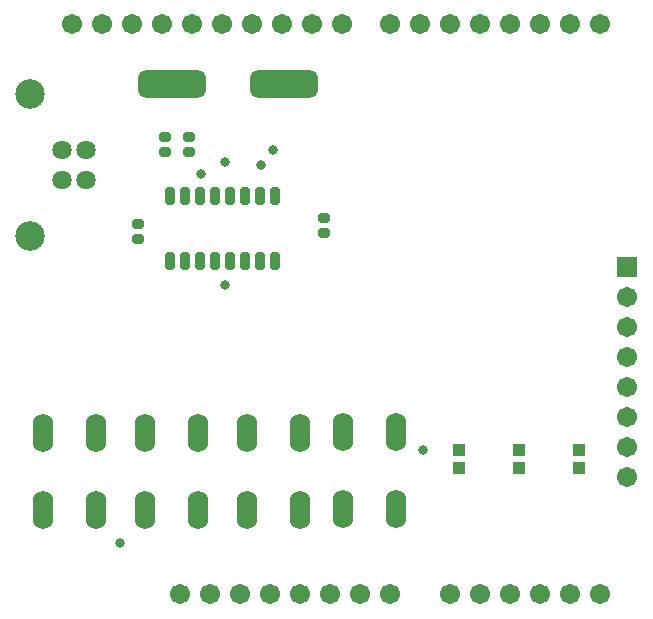
<source format=gts>
G04*
G04 #@! TF.GenerationSoftware,Altium Limited,Altium Designer,21.6.1 (37)*
G04*
G04 Layer_Color=8388736*
%FSLAX44Y44*%
%MOMM*%
G71*
G04*
G04 #@! TF.SameCoordinates,45D27BC1-988F-4E8A-9F01-A3EFFFD16F67*
G04*
G04*
G04 #@! TF.FilePolarity,Negative*
G04*
G01*
G75*
G04:AMPARAMS|DCode=20|XSize=0.78mm|YSize=0.98mm|CornerRadius=0.215mm|HoleSize=0mm|Usage=FLASHONLY|Rotation=270.000|XOffset=0mm|YOffset=0mm|HoleType=Round|Shape=RoundedRectangle|*
%AMROUNDEDRECTD20*
21,1,0.7800,0.5500,0,0,270.0*
21,1,0.3500,0.9800,0,0,270.0*
1,1,0.4300,-0.2750,-0.1750*
1,1,0.4300,-0.2750,0.1750*
1,1,0.4300,0.2750,0.1750*
1,1,0.4300,0.2750,-0.1750*
%
%ADD20ROUNDEDRECTD20*%
%ADD21R,1.0032X1.0032*%
G04:AMPARAMS|DCode=22|XSize=5.8032mm|YSize=2.3032mm|CornerRadius=0.6266mm|HoleSize=0mm|Usage=FLASHONLY|Rotation=0.000|XOffset=0mm|YOffset=0mm|HoleType=Round|Shape=RoundedRectangle|*
%AMROUNDEDRECTD22*
21,1,5.8032,1.0500,0,0,0.0*
21,1,4.5500,2.3032,0,0,0.0*
1,1,1.2532,2.2750,-0.5250*
1,1,1.2532,-2.2750,-0.5250*
1,1,1.2532,-2.2750,0.5250*
1,1,1.2532,2.2750,0.5250*
%
%ADD22ROUNDEDRECTD22*%
G04:AMPARAMS|DCode=23|XSize=1.5132mm|YSize=0.8232mm|CornerRadius=0.1791mm|HoleSize=0mm|Usage=FLASHONLY|Rotation=270.000|XOffset=0mm|YOffset=0mm|HoleType=Round|Shape=RoundedRectangle|*
%AMROUNDEDRECTD23*
21,1,1.5132,0.4650,0,0,270.0*
21,1,1.1550,0.8232,0,0,270.0*
1,1,0.3582,-0.2325,-0.5775*
1,1,0.3582,-0.2325,0.5775*
1,1,0.3582,0.2325,0.5775*
1,1,0.3582,0.2325,-0.5775*
%
%ADD23ROUNDEDRECTD23*%
%ADD24C,1.7032*%
%ADD25C,2.5032*%
%ADD26C,1.6312*%
%ADD27O,1.7272X3.2512*%
%ADD28R,1.7032X1.7032*%
%ADD29C,0.8032*%
D20*
X220804Y399900D02*
D03*
Y412900D02*
D03*
X241124Y399900D02*
D03*
Y412900D02*
D03*
X355600Y331320D02*
D03*
Y344320D02*
D03*
X198120Y339240D02*
D03*
Y326240D02*
D03*
D21*
X571500Y147200D02*
D03*
Y132200D02*
D03*
X520700Y147200D02*
D03*
Y132200D02*
D03*
X469900Y147200D02*
D03*
Y132200D02*
D03*
D22*
X226820Y457200D02*
D03*
X321820D02*
D03*
D23*
X313690Y307780D02*
D03*
X300990D02*
D03*
X224790Y362780D02*
D03*
X237490Y307780D02*
D03*
Y362780D02*
D03*
X262890D02*
D03*
X224790Y307780D02*
D03*
X250190Y362780D02*
D03*
Y307780D02*
D03*
X262890D02*
D03*
X288290D02*
D03*
X275590Y362780D02*
D03*
X288290D02*
D03*
X313690D02*
D03*
X275590Y307780D02*
D03*
X300990Y362780D02*
D03*
D24*
X411480Y508000D02*
D03*
X436880D02*
D03*
X462280D02*
D03*
X487680D02*
D03*
X513080D02*
D03*
X538480D02*
D03*
X563880D02*
D03*
X589280D02*
D03*
X370840D02*
D03*
X345440D02*
D03*
X294640D02*
D03*
X269240D02*
D03*
X243840D02*
D03*
X218440D02*
D03*
X193040D02*
D03*
X167640D02*
D03*
X142240D02*
D03*
X320040D02*
D03*
X589280Y25400D02*
D03*
X563880D02*
D03*
X538480D02*
D03*
X513080D02*
D03*
X487680D02*
D03*
X462280D02*
D03*
X233680D02*
D03*
X259080D02*
D03*
X284480D02*
D03*
X309880D02*
D03*
X335280D02*
D03*
X360680D02*
D03*
X386080D02*
D03*
X411480D02*
D03*
X612140Y276860D02*
D03*
Y251460D02*
D03*
Y226060D02*
D03*
Y200660D02*
D03*
Y175260D02*
D03*
Y149860D02*
D03*
Y124460D02*
D03*
D25*
X106680Y328420D02*
D03*
Y448820D02*
D03*
D26*
X133780Y376120D02*
D03*
Y401120D02*
D03*
X153780D02*
D03*
Y376120D02*
D03*
D27*
X248666Y162052D02*
D03*
X203454D02*
D03*
X248666Y97028D02*
D03*
X203454D02*
D03*
X416306Y162560D02*
D03*
X371094D02*
D03*
X416306Y97536D02*
D03*
X371094D02*
D03*
X162306Y162052D02*
D03*
X117094D02*
D03*
X162306Y97028D02*
D03*
X117094D02*
D03*
X335026Y162052D02*
D03*
X289814D02*
D03*
X335026Y97028D02*
D03*
X289814D02*
D03*
D28*
X612140Y302260D02*
D03*
D29*
X271780Y287020D02*
D03*
X312420Y401320D02*
D03*
X302260Y388620D02*
D03*
X271780Y391160D02*
D03*
X251460Y381000D02*
D03*
X182880Y68580D02*
D03*
X439420Y147320D02*
D03*
X571500Y132200D02*
D03*
X520700D02*
D03*
X469900D02*
D03*
M02*

</source>
